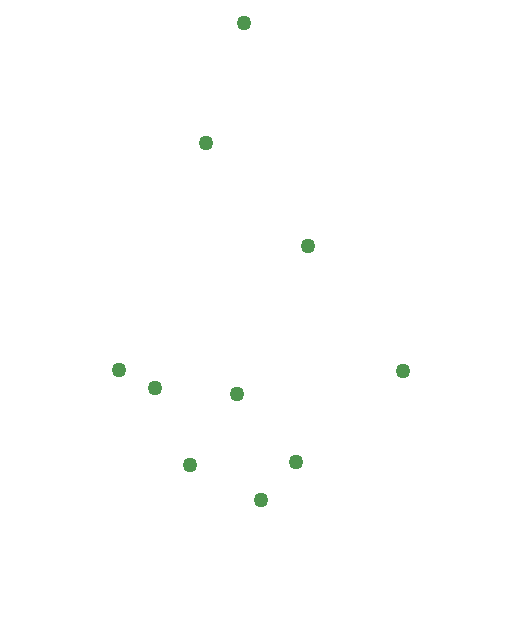
<source format=gbr>
%TF.GenerationSoftware,Altium Limited,Altium Designer,24.7.2 (38)*%
G04 Layer_Color=8388736*
%FSLAX43Y43*%
%MOMM*%
%TF.SameCoordinates,179ED5A7-1FD7-47B0-8EB6-D2B1FD869DB5*%
%TF.FilePolarity,Negative*%
%TF.FileFunction,Soldermask,Top*%
%TF.Part,Single*%
G01*
G75*
%TA.AperFunction,SMDPad,CuDef*%
%ADD10C,0.100*%
%TA.AperFunction,ViaPad*%
%ADD12C,1.270*%
D10*
X37997Y14841D02*
D03*
Y35841D02*
D03*
X17025Y56841D02*
D03*
X16997Y35841D02*
D03*
Y14841D02*
D03*
X58997Y56841D02*
D03*
Y14841D02*
D03*
Y35841D02*
D03*
D12*
X41997Y45341D02*
D03*
X36567Y64291D02*
D03*
X35951Y32841D02*
D03*
X31997Y26841D02*
D03*
X37997Y23841D02*
D03*
X40997Y27049D02*
D03*
X49997Y34800D02*
D03*
X29055Y33346D02*
D03*
X25997Y34841D02*
D03*
X33324Y54053D02*
D03*
%TF.MD5,7d2a3b054ed72f699f668fa5804c15c9*%
M02*

</source>
